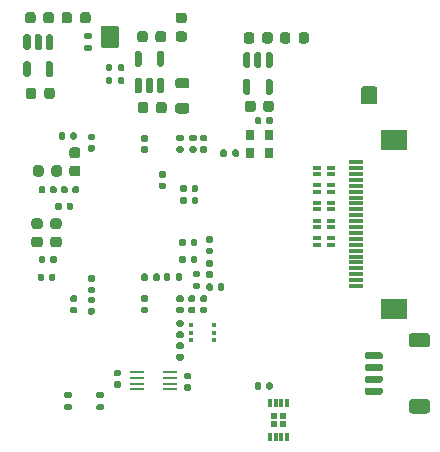
<source format=gbr>
%TF.GenerationSoftware,KiCad,Pcbnew,(6.0.9)*%
%TF.CreationDate,2023-11-19T16:38:05-08:00*%
%TF.ProjectId,IMX283_MIPI_Camera_v2,494d5832-3833-45f4-9d49-50495f43616d,rev?*%
%TF.SameCoordinates,Original*%
%TF.FileFunction,Paste,Top*%
%TF.FilePolarity,Positive*%
%FSLAX46Y46*%
G04 Gerber Fmt 4.6, Leading zero omitted, Abs format (unit mm)*
G04 Created by KiCad (PCBNEW (6.0.9)) date 2023-11-19 16:38:05*
%MOMM*%
%LPD*%
G01*
G04 APERTURE LIST*
%ADD10R,0.600000X0.500000*%
%ADD11R,0.300000X0.750000*%
%ADD12R,0.700000X0.300000*%
%ADD13R,1.300000X0.300000*%
%ADD14R,2.200000X1.800000*%
%ADD15R,1.168400X0.254000*%
%ADD16R,0.650000X0.850000*%
%ADD17R,0.449999X0.299999*%
G04 APERTURE END LIST*
G36*
G01*
X37025000Y-31437500D02*
X35775000Y-31437500D01*
G75*
G02*
X35625000Y-31287500I0J150000D01*
G01*
X35625000Y-30987500D01*
G75*
G02*
X35775000Y-30837500I150000J0D01*
G01*
X37025000Y-30837500D01*
G75*
G02*
X37175000Y-30987500I0J-150000D01*
G01*
X37175000Y-31287500D01*
G75*
G02*
X37025000Y-31437500I-150000J0D01*
G01*
G37*
G36*
G01*
X37025000Y-30437500D02*
X35775000Y-30437500D01*
G75*
G02*
X35625000Y-30287500I0J150000D01*
G01*
X35625000Y-29987500D01*
G75*
G02*
X35775000Y-29837500I150000J0D01*
G01*
X37025000Y-29837500D01*
G75*
G02*
X37175000Y-29987500I0J-150000D01*
G01*
X37175000Y-30287500D01*
G75*
G02*
X37025000Y-30437500I-150000J0D01*
G01*
G37*
G36*
G01*
X37025000Y-29437500D02*
X35775000Y-29437500D01*
G75*
G02*
X35625000Y-29287500I0J150000D01*
G01*
X35625000Y-28987500D01*
G75*
G02*
X35775000Y-28837500I150000J0D01*
G01*
X37025000Y-28837500D01*
G75*
G02*
X37175000Y-28987500I0J-150000D01*
G01*
X37175000Y-29287500D01*
G75*
G02*
X37025000Y-29437500I-150000J0D01*
G01*
G37*
G36*
G01*
X37025000Y-28437500D02*
X35775000Y-28437500D01*
G75*
G02*
X35625000Y-28287500I0J150000D01*
G01*
X35625000Y-27987500D01*
G75*
G02*
X35775000Y-27837500I150000J0D01*
G01*
X37025000Y-27837500D01*
G75*
G02*
X37175000Y-27987500I0J-150000D01*
G01*
X37175000Y-28287500D01*
G75*
G02*
X37025000Y-28437500I-150000J0D01*
G01*
G37*
G36*
G01*
X40925000Y-27437500D02*
X39625000Y-27437500D01*
G75*
G02*
X39375000Y-27187500I0J250000D01*
G01*
X39375000Y-26487500D01*
G75*
G02*
X39625000Y-26237500I250000J0D01*
G01*
X40925000Y-26237500D01*
G75*
G02*
X41175000Y-26487500I0J-250000D01*
G01*
X41175000Y-27187500D01*
G75*
G02*
X40925000Y-27437500I-250000J0D01*
G01*
G37*
G36*
G01*
X40925000Y-33037500D02*
X39625000Y-33037500D01*
G75*
G02*
X39375000Y-32787500I0J250000D01*
G01*
X39375000Y-32087500D01*
G75*
G02*
X39625000Y-31837500I250000J0D01*
G01*
X40925000Y-31837500D01*
G75*
G02*
X41175000Y-32087500I0J-250000D01*
G01*
X41175000Y-32787500D01*
G75*
G02*
X40925000Y-33037500I-250000J0D01*
G01*
G37*
D10*
X28715000Y-33235000D03*
X27965000Y-33235000D03*
X28715000Y-33885000D03*
X27965000Y-33885000D03*
D11*
X27590000Y-35010000D03*
X28090000Y-35010000D03*
X28590000Y-35010000D03*
X29090000Y-35010000D03*
X29090000Y-32110000D03*
X28590000Y-32110000D03*
X28090000Y-32110000D03*
X27590000Y-32110000D03*
G36*
G01*
X27860000Y-30530000D02*
X27860000Y-30870000D01*
G75*
G02*
X27720000Y-31010000I-140000J0D01*
G01*
X27440000Y-31010000D01*
G75*
G02*
X27300000Y-30870000I0J140000D01*
G01*
X27300000Y-30530000D01*
G75*
G02*
X27440000Y-30390000I140000J0D01*
G01*
X27720000Y-30390000D01*
G75*
G02*
X27860000Y-30530000I0J-140000D01*
G01*
G37*
G36*
G01*
X26900000Y-30530000D02*
X26900000Y-30870000D01*
G75*
G02*
X26760000Y-31010000I-140000J0D01*
G01*
X26480000Y-31010000D01*
G75*
G02*
X26340000Y-30870000I0J140000D01*
G01*
X26340000Y-30530000D01*
G75*
G02*
X26480000Y-30390000I140000J0D01*
G01*
X26760000Y-30390000D01*
G75*
G02*
X26900000Y-30530000I0J-140000D01*
G01*
G37*
G36*
G01*
X21830000Y-23040000D02*
X22170000Y-23040000D01*
G75*
G02*
X22310000Y-23180000I0J-140000D01*
G01*
X22310000Y-23460000D01*
G75*
G02*
X22170000Y-23600000I-140000J0D01*
G01*
X21830000Y-23600000D01*
G75*
G02*
X21690000Y-23460000I0J140000D01*
G01*
X21690000Y-23180000D01*
G75*
G02*
X21830000Y-23040000I140000J0D01*
G01*
G37*
G36*
G01*
X21830000Y-24000000D02*
X22170000Y-24000000D01*
G75*
G02*
X22310000Y-24140000I0J-140000D01*
G01*
X22310000Y-24420000D01*
G75*
G02*
X22170000Y-24560000I-140000J0D01*
G01*
X21830000Y-24560000D01*
G75*
G02*
X21690000Y-24420000I0J140000D01*
G01*
X21690000Y-24140000D01*
G75*
G02*
X21830000Y-24000000I140000J0D01*
G01*
G37*
D12*
X31575000Y-12212500D03*
X32825000Y-12212500D03*
X32825000Y-12762500D03*
X31575000Y-12762500D03*
G36*
G01*
X16425000Y-7387500D02*
X16425000Y-6887500D01*
G75*
G02*
X16650000Y-6662500I225000J0D01*
G01*
X17100000Y-6662500D01*
G75*
G02*
X17325000Y-6887500I0J-225000D01*
G01*
X17325000Y-7387500D01*
G75*
G02*
X17100000Y-7612500I-225000J0D01*
G01*
X16650000Y-7612500D01*
G75*
G02*
X16425000Y-7387500I0J225000D01*
G01*
G37*
G36*
G01*
X17975000Y-7387500D02*
X17975000Y-6887500D01*
G75*
G02*
X18200000Y-6662500I225000J0D01*
G01*
X18650000Y-6662500D01*
G75*
G02*
X18875000Y-6887500I0J-225000D01*
G01*
X18875000Y-7387500D01*
G75*
G02*
X18650000Y-7612500I-225000J0D01*
G01*
X18200000Y-7612500D01*
G75*
G02*
X17975000Y-7387500I0J225000D01*
G01*
G37*
G36*
G01*
X19830000Y-23040000D02*
X20170000Y-23040000D01*
G75*
G02*
X20310000Y-23180000I0J-140000D01*
G01*
X20310000Y-23460000D01*
G75*
G02*
X20170000Y-23600000I-140000J0D01*
G01*
X19830000Y-23600000D01*
G75*
G02*
X19690000Y-23460000I0J140000D01*
G01*
X19690000Y-23180000D01*
G75*
G02*
X19830000Y-23040000I140000J0D01*
G01*
G37*
G36*
G01*
X19830000Y-24000000D02*
X20170000Y-24000000D01*
G75*
G02*
X20310000Y-24140000I0J-140000D01*
G01*
X20310000Y-24420000D01*
G75*
G02*
X20170000Y-24560000I-140000J0D01*
G01*
X19830000Y-24560000D01*
G75*
G02*
X19690000Y-24420000I0J140000D01*
G01*
X19690000Y-24140000D01*
G75*
G02*
X19830000Y-24000000I140000J0D01*
G01*
G37*
G36*
G01*
X21460000Y-19830000D02*
X21460000Y-20170000D01*
G75*
G02*
X21320000Y-20310000I-140000J0D01*
G01*
X21040000Y-20310000D01*
G75*
G02*
X20900000Y-20170000I0J140000D01*
G01*
X20900000Y-19830000D01*
G75*
G02*
X21040000Y-19690000I140000J0D01*
G01*
X21320000Y-19690000D01*
G75*
G02*
X21460000Y-19830000I0J-140000D01*
G01*
G37*
G36*
G01*
X20500000Y-19830000D02*
X20500000Y-20170000D01*
G75*
G02*
X20360000Y-20310000I-140000J0D01*
G01*
X20080000Y-20310000D01*
G75*
G02*
X19940000Y-20170000I0J140000D01*
G01*
X19940000Y-19830000D01*
G75*
G02*
X20080000Y-19690000I140000J0D01*
G01*
X20360000Y-19690000D01*
G75*
G02*
X20500000Y-19830000I0J-140000D01*
G01*
G37*
G36*
G01*
X20172500Y-28580000D02*
X19827500Y-28580000D01*
G75*
G02*
X19680000Y-28432500I0J147500D01*
G01*
X19680000Y-28137500D01*
G75*
G02*
X19827500Y-27990000I147500J0D01*
G01*
X20172500Y-27990000D01*
G75*
G02*
X20320000Y-28137500I0J-147500D01*
G01*
X20320000Y-28432500D01*
G75*
G02*
X20172500Y-28580000I-147500J0D01*
G01*
G37*
G36*
G01*
X20172500Y-27610000D02*
X19827500Y-27610000D01*
G75*
G02*
X19680000Y-27462500I0J147500D01*
G01*
X19680000Y-27167500D01*
G75*
G02*
X19827500Y-27020000I147500J0D01*
G01*
X20172500Y-27020000D01*
G75*
G02*
X20320000Y-27167500I0J-147500D01*
G01*
X20320000Y-27462500D01*
G75*
G02*
X20172500Y-27610000I-147500J0D01*
G01*
G37*
G36*
G01*
X27860000Y-8067500D02*
X27860000Y-8407500D01*
G75*
G02*
X27720000Y-8547500I-140000J0D01*
G01*
X27440000Y-8547500D01*
G75*
G02*
X27300000Y-8407500I0J140000D01*
G01*
X27300000Y-8067500D01*
G75*
G02*
X27440000Y-7927500I140000J0D01*
G01*
X27720000Y-7927500D01*
G75*
G02*
X27860000Y-8067500I0J-140000D01*
G01*
G37*
G36*
G01*
X26900000Y-8067500D02*
X26900000Y-8407500D01*
G75*
G02*
X26760000Y-8547500I-140000J0D01*
G01*
X26480000Y-8547500D01*
G75*
G02*
X26340000Y-8407500I0J140000D01*
G01*
X26340000Y-8067500D01*
G75*
G02*
X26480000Y-7927500I140000J0D01*
G01*
X26760000Y-7927500D01*
G75*
G02*
X26900000Y-8067500I0J-140000D01*
G01*
G37*
G36*
G01*
X15280000Y-3565000D02*
X15280000Y-3935000D01*
G75*
G02*
X15145000Y-4070000I-135000J0D01*
G01*
X14875000Y-4070000D01*
G75*
G02*
X14740000Y-3935000I0J135000D01*
G01*
X14740000Y-3565000D01*
G75*
G02*
X14875000Y-3430000I135000J0D01*
G01*
X15145000Y-3430000D01*
G75*
G02*
X15280000Y-3565000I0J-135000D01*
G01*
G37*
G36*
G01*
X14260000Y-3565000D02*
X14260000Y-3935000D01*
G75*
G02*
X14125000Y-4070000I-135000J0D01*
G01*
X13855000Y-4070000D01*
G75*
G02*
X13720000Y-3935000I0J135000D01*
G01*
X13720000Y-3565000D01*
G75*
G02*
X13855000Y-3430000I135000J0D01*
G01*
X14125000Y-3430000D01*
G75*
G02*
X14260000Y-3565000I0J-135000D01*
G01*
G37*
G36*
G01*
X10830000Y-23040000D02*
X11170000Y-23040000D01*
G75*
G02*
X11310000Y-23180000I0J-140000D01*
G01*
X11310000Y-23460000D01*
G75*
G02*
X11170000Y-23600000I-140000J0D01*
G01*
X10830000Y-23600000D01*
G75*
G02*
X10690000Y-23460000I0J140000D01*
G01*
X10690000Y-23180000D01*
G75*
G02*
X10830000Y-23040000I140000J0D01*
G01*
G37*
G36*
G01*
X10830000Y-24000000D02*
X11170000Y-24000000D01*
G75*
G02*
X11310000Y-24140000I0J-140000D01*
G01*
X11310000Y-24420000D01*
G75*
G02*
X11170000Y-24560000I-140000J0D01*
G01*
X10830000Y-24560000D01*
G75*
G02*
X10690000Y-24420000I0J140000D01*
G01*
X10690000Y-24140000D01*
G75*
G02*
X10830000Y-24000000I140000J0D01*
G01*
G37*
X31575000Y-16712500D03*
X32825000Y-16712500D03*
X32825000Y-17262500D03*
X31575000Y-17262500D03*
X31575000Y-18212500D03*
X32825000Y-18212500D03*
X32825000Y-18762500D03*
X31575000Y-18762500D03*
G36*
G01*
X22330000Y-18040000D02*
X22670000Y-18040000D01*
G75*
G02*
X22810000Y-18180000I0J-140000D01*
G01*
X22810000Y-18460000D01*
G75*
G02*
X22670000Y-18600000I-140000J0D01*
G01*
X22330000Y-18600000D01*
G75*
G02*
X22190000Y-18460000I0J140000D01*
G01*
X22190000Y-18180000D01*
G75*
G02*
X22330000Y-18040000I140000J0D01*
G01*
G37*
G36*
G01*
X22330000Y-19000000D02*
X22670000Y-19000000D01*
G75*
G02*
X22810000Y-19140000I0J-140000D01*
G01*
X22810000Y-19420000D01*
G75*
G02*
X22670000Y-19560000I-140000J0D01*
G01*
X22330000Y-19560000D01*
G75*
G02*
X22190000Y-19420000I0J140000D01*
G01*
X22190000Y-19140000D01*
G75*
G02*
X22330000Y-19000000I140000J0D01*
G01*
G37*
G36*
G01*
X12330000Y-23140000D02*
X12670000Y-23140000D01*
G75*
G02*
X12810000Y-23280000I0J-140000D01*
G01*
X12810000Y-23560000D01*
G75*
G02*
X12670000Y-23700000I-140000J0D01*
G01*
X12330000Y-23700000D01*
G75*
G02*
X12190000Y-23560000I0J140000D01*
G01*
X12190000Y-23280000D01*
G75*
G02*
X12330000Y-23140000I140000J0D01*
G01*
G37*
G36*
G01*
X12330000Y-24100000D02*
X12670000Y-24100000D01*
G75*
G02*
X12810000Y-24240000I0J-140000D01*
G01*
X12810000Y-24520000D01*
G75*
G02*
X12670000Y-24660000I-140000J0D01*
G01*
X12330000Y-24660000D01*
G75*
G02*
X12190000Y-24520000I0J140000D01*
G01*
X12190000Y-24240000D01*
G75*
G02*
X12330000Y-24100000I140000J0D01*
G01*
G37*
G36*
G01*
X9400000Y-5687500D02*
X9400000Y-6187500D01*
G75*
G02*
X9175000Y-6412500I-225000J0D01*
G01*
X8725000Y-6412500D01*
G75*
G02*
X8500000Y-6187500I0J225000D01*
G01*
X8500000Y-5687500D01*
G75*
G02*
X8725000Y-5462500I225000J0D01*
G01*
X9175000Y-5462500D01*
G75*
G02*
X9400000Y-5687500I0J-225000D01*
G01*
G37*
G36*
G01*
X7850000Y-5687500D02*
X7850000Y-6187500D01*
G75*
G02*
X7625000Y-6412500I-225000J0D01*
G01*
X7175000Y-6412500D01*
G75*
G02*
X6950000Y-6187500I0J225000D01*
G01*
X6950000Y-5687500D01*
G75*
G02*
X7175000Y-5462500I225000J0D01*
G01*
X7625000Y-5462500D01*
G75*
G02*
X7850000Y-5687500I0J-225000D01*
G01*
G37*
G36*
G01*
X18825000Y-887500D02*
X18825000Y-1387500D01*
G75*
G02*
X18600000Y-1612500I-225000J0D01*
G01*
X18150000Y-1612500D01*
G75*
G02*
X17925000Y-1387500I0J225000D01*
G01*
X17925000Y-887500D01*
G75*
G02*
X18150000Y-662500I225000J0D01*
G01*
X18600000Y-662500D01*
G75*
G02*
X18825000Y-887500I0J-225000D01*
G01*
G37*
G36*
G01*
X17275000Y-887500D02*
X17275000Y-1387500D01*
G75*
G02*
X17050000Y-1612500I-225000J0D01*
G01*
X16600000Y-1612500D01*
G75*
G02*
X16375000Y-1387500I0J225000D01*
G01*
X16375000Y-887500D01*
G75*
G02*
X16600000Y-662500I225000J0D01*
G01*
X17050000Y-662500D01*
G75*
G02*
X17275000Y-887500I0J-225000D01*
G01*
G37*
G36*
G01*
X22670000Y-21560000D02*
X22330000Y-21560000D01*
G75*
G02*
X22190000Y-21420000I0J140000D01*
G01*
X22190000Y-21140000D01*
G75*
G02*
X22330000Y-21000000I140000J0D01*
G01*
X22670000Y-21000000D01*
G75*
G02*
X22810000Y-21140000I0J-140000D01*
G01*
X22810000Y-21420000D01*
G75*
G02*
X22670000Y-21560000I-140000J0D01*
G01*
G37*
G36*
G01*
X22670000Y-20600000D02*
X22330000Y-20600000D01*
G75*
G02*
X22190000Y-20460000I0J140000D01*
G01*
X22190000Y-20180000D01*
G75*
G02*
X22330000Y-20040000I140000J0D01*
G01*
X22670000Y-20040000D01*
G75*
G02*
X22810000Y-20180000I0J-140000D01*
G01*
X22810000Y-20460000D01*
G75*
G02*
X22670000Y-20600000I-140000J0D01*
G01*
G37*
G36*
G01*
X9560000Y-13930000D02*
X9560000Y-14270000D01*
G75*
G02*
X9420000Y-14410000I-140000J0D01*
G01*
X9140000Y-14410000D01*
G75*
G02*
X9000000Y-14270000I0J140000D01*
G01*
X9000000Y-13930000D01*
G75*
G02*
X9140000Y-13790000I140000J0D01*
G01*
X9420000Y-13790000D01*
G75*
G02*
X9560000Y-13930000I0J-140000D01*
G01*
G37*
G36*
G01*
X8600000Y-13930000D02*
X8600000Y-14270000D01*
G75*
G02*
X8460000Y-14410000I-140000J0D01*
G01*
X8180000Y-14410000D01*
G75*
G02*
X8040000Y-14270000I0J140000D01*
G01*
X8040000Y-13930000D01*
G75*
G02*
X8180000Y-13790000I140000J0D01*
G01*
X8460000Y-13790000D01*
G75*
G02*
X8600000Y-13930000I0J-140000D01*
G01*
G37*
G36*
G01*
X14870000Y-30860000D02*
X14530000Y-30860000D01*
G75*
G02*
X14390000Y-30720000I0J140000D01*
G01*
X14390000Y-30440000D01*
G75*
G02*
X14530000Y-30300000I140000J0D01*
G01*
X14870000Y-30300000D01*
G75*
G02*
X15010000Y-30440000I0J-140000D01*
G01*
X15010000Y-30720000D01*
G75*
G02*
X14870000Y-30860000I-140000J0D01*
G01*
G37*
G36*
G01*
X14870000Y-29900000D02*
X14530000Y-29900000D01*
G75*
G02*
X14390000Y-29760000I0J140000D01*
G01*
X14390000Y-29480000D01*
G75*
G02*
X14530000Y-29340000I140000J0D01*
G01*
X14870000Y-29340000D01*
G75*
G02*
X15010000Y-29480000I0J-140000D01*
G01*
X15010000Y-29760000D01*
G75*
G02*
X14870000Y-29900000I-140000J0D01*
G01*
G37*
G36*
G01*
X27400000Y-2437500D02*
X27700000Y-2437500D01*
G75*
G02*
X27850000Y-2587500I0J-150000D01*
G01*
X27850000Y-3612500D01*
G75*
G02*
X27700000Y-3762500I-150000J0D01*
G01*
X27400000Y-3762500D01*
G75*
G02*
X27250000Y-3612500I0J150000D01*
G01*
X27250000Y-2587500D01*
G75*
G02*
X27400000Y-2437500I150000J0D01*
G01*
G37*
G36*
G01*
X26450000Y-2437500D02*
X26750000Y-2437500D01*
G75*
G02*
X26900000Y-2587500I0J-150000D01*
G01*
X26900000Y-3612500D01*
G75*
G02*
X26750000Y-3762500I-150000J0D01*
G01*
X26450000Y-3762500D01*
G75*
G02*
X26300000Y-3612500I0J150000D01*
G01*
X26300000Y-2587500D01*
G75*
G02*
X26450000Y-2437500I150000J0D01*
G01*
G37*
G36*
G01*
X25500000Y-2437500D02*
X25800000Y-2437500D01*
G75*
G02*
X25950000Y-2587500I0J-150000D01*
G01*
X25950000Y-3612500D01*
G75*
G02*
X25800000Y-3762500I-150000J0D01*
G01*
X25500000Y-3762500D01*
G75*
G02*
X25350000Y-3612500I0J150000D01*
G01*
X25350000Y-2587500D01*
G75*
G02*
X25500000Y-2437500I150000J0D01*
G01*
G37*
G36*
G01*
X25500000Y-4712500D02*
X25800000Y-4712500D01*
G75*
G02*
X25950000Y-4862500I0J-150000D01*
G01*
X25950000Y-5887500D01*
G75*
G02*
X25800000Y-6037500I-150000J0D01*
G01*
X25500000Y-6037500D01*
G75*
G02*
X25350000Y-5887500I0J150000D01*
G01*
X25350000Y-4862500D01*
G75*
G02*
X25500000Y-4712500I150000J0D01*
G01*
G37*
G36*
G01*
X27400000Y-4712500D02*
X27700000Y-4712500D01*
G75*
G02*
X27850000Y-4862500I0J-150000D01*
G01*
X27850000Y-5887500D01*
G75*
G02*
X27700000Y-6037500I-150000J0D01*
G01*
X27400000Y-6037500D01*
G75*
G02*
X27250000Y-5887500I0J150000D01*
G01*
X27250000Y-4862500D01*
G75*
G02*
X27400000Y-4712500I150000J0D01*
G01*
G37*
D13*
X34887500Y-22250000D03*
X34887500Y-21750000D03*
X34887500Y-21250000D03*
X34887500Y-20750000D03*
X34887500Y-20250000D03*
X34887500Y-19750000D03*
X34887500Y-19250000D03*
X34887500Y-18750000D03*
X34887500Y-18250000D03*
X34887500Y-17750000D03*
X34887500Y-17250000D03*
X34887500Y-16750000D03*
X34887500Y-16250000D03*
X34887500Y-15750000D03*
X34887500Y-15250000D03*
X34887500Y-14750000D03*
X34887500Y-14250000D03*
X34887500Y-13750000D03*
X34887500Y-13250000D03*
X34887500Y-12750000D03*
X34887500Y-12250000D03*
X34887500Y-11750000D03*
D14*
X38137500Y-24150000D03*
X38137500Y-9850000D03*
G36*
G01*
X8800000Y-937500D02*
X9100000Y-937500D01*
G75*
G02*
X9250000Y-1087500I0J-150000D01*
G01*
X9250000Y-2112500D01*
G75*
G02*
X9100000Y-2262500I-150000J0D01*
G01*
X8800000Y-2262500D01*
G75*
G02*
X8650000Y-2112500I0J150000D01*
G01*
X8650000Y-1087500D01*
G75*
G02*
X8800000Y-937500I150000J0D01*
G01*
G37*
G36*
G01*
X7850000Y-937500D02*
X8150000Y-937500D01*
G75*
G02*
X8300000Y-1087500I0J-150000D01*
G01*
X8300000Y-2112500D01*
G75*
G02*
X8150000Y-2262500I-150000J0D01*
G01*
X7850000Y-2262500D01*
G75*
G02*
X7700000Y-2112500I0J150000D01*
G01*
X7700000Y-1087500D01*
G75*
G02*
X7850000Y-937500I150000J0D01*
G01*
G37*
G36*
G01*
X6900000Y-937500D02*
X7200000Y-937500D01*
G75*
G02*
X7350000Y-1087500I0J-150000D01*
G01*
X7350000Y-2112500D01*
G75*
G02*
X7200000Y-2262500I-150000J0D01*
G01*
X6900000Y-2262500D01*
G75*
G02*
X6750000Y-2112500I0J150000D01*
G01*
X6750000Y-1087500D01*
G75*
G02*
X6900000Y-937500I150000J0D01*
G01*
G37*
G36*
G01*
X6900000Y-3212500D02*
X7200000Y-3212500D01*
G75*
G02*
X7350000Y-3362500I0J-150000D01*
G01*
X7350000Y-4387500D01*
G75*
G02*
X7200000Y-4537500I-150000J0D01*
G01*
X6900000Y-4537500D01*
G75*
G02*
X6750000Y-4387500I0J150000D01*
G01*
X6750000Y-3362500D01*
G75*
G02*
X6900000Y-3212500I150000J0D01*
G01*
G37*
G36*
G01*
X8800000Y-3212500D02*
X9100000Y-3212500D01*
G75*
G02*
X9250000Y-3362500I0J-150000D01*
G01*
X9250000Y-4387500D01*
G75*
G02*
X9100000Y-4537500I-150000J0D01*
G01*
X8800000Y-4537500D01*
G75*
G02*
X8650000Y-4387500I0J150000D01*
G01*
X8650000Y-3362500D01*
G75*
G02*
X8800000Y-3212500I150000J0D01*
G01*
G37*
G36*
G01*
X21585000Y-22517500D02*
X21215000Y-22517500D01*
G75*
G02*
X21080000Y-22382500I0J135000D01*
G01*
X21080000Y-22112500D01*
G75*
G02*
X21215000Y-21977500I135000J0D01*
G01*
X21585000Y-21977500D01*
G75*
G02*
X21720000Y-22112500I0J-135000D01*
G01*
X21720000Y-22382500D01*
G75*
G02*
X21585000Y-22517500I-135000J0D01*
G01*
G37*
G36*
G01*
X21585000Y-21497500D02*
X21215000Y-21497500D01*
G75*
G02*
X21080000Y-21362500I0J135000D01*
G01*
X21080000Y-21092500D01*
G75*
G02*
X21215000Y-20957500I135000J0D01*
G01*
X21585000Y-20957500D01*
G75*
G02*
X21720000Y-21092500I0J-135000D01*
G01*
X21720000Y-21362500D01*
G75*
G02*
X21585000Y-21497500I-135000J0D01*
G01*
G37*
D15*
X19121600Y-31000001D03*
X19121600Y-30500000D03*
X19121600Y-30000000D03*
X19121600Y-29499999D03*
X16378400Y-29499999D03*
X16378400Y-30000000D03*
X16378400Y-30500000D03*
X16378400Y-31000001D03*
G36*
G01*
X12425000Y718750D02*
X12425000Y206250D01*
G75*
G02*
X12206250Y-12500I-218750J0D01*
G01*
X11768750Y-12500D01*
G75*
G02*
X11550000Y206250I0J218750D01*
G01*
X11550000Y718750D01*
G75*
G02*
X11768750Y937500I218750J0D01*
G01*
X12206250Y937500D01*
G75*
G02*
X12425000Y718750I0J-218750D01*
G01*
G37*
G36*
G01*
X10850000Y718750D02*
X10850000Y206250D01*
G75*
G02*
X10631250Y-12500I-218750J0D01*
G01*
X10193750Y-12500D01*
G75*
G02*
X9975000Y206250I0J218750D01*
G01*
X9975000Y718750D01*
G75*
G02*
X10193750Y937500I218750J0D01*
G01*
X10631250Y937500D01*
G75*
G02*
X10850000Y718750I0J-218750D01*
G01*
G37*
G36*
G01*
X21270000Y-10960000D02*
X20930000Y-10960000D01*
G75*
G02*
X20790000Y-10820000I0J140000D01*
G01*
X20790000Y-10540000D01*
G75*
G02*
X20930000Y-10400000I140000J0D01*
G01*
X21270000Y-10400000D01*
G75*
G02*
X21410000Y-10540000I0J-140000D01*
G01*
X21410000Y-10820000D01*
G75*
G02*
X21270000Y-10960000I-140000J0D01*
G01*
G37*
G36*
G01*
X21270000Y-10000000D02*
X20930000Y-10000000D01*
G75*
G02*
X20790000Y-9860000I0J140000D01*
G01*
X20790000Y-9580000D01*
G75*
G02*
X20930000Y-9440000I140000J0D01*
G01*
X21270000Y-9440000D01*
G75*
G02*
X21410000Y-9580000I0J-140000D01*
G01*
X21410000Y-9860000D01*
G75*
G02*
X21270000Y-10000000I-140000J0D01*
G01*
G37*
G36*
G01*
X12670000Y-10860000D02*
X12330000Y-10860000D01*
G75*
G02*
X12190000Y-10720000I0J140000D01*
G01*
X12190000Y-10440000D01*
G75*
G02*
X12330000Y-10300000I140000J0D01*
G01*
X12670000Y-10300000D01*
G75*
G02*
X12810000Y-10440000I0J-140000D01*
G01*
X12810000Y-10720000D01*
G75*
G02*
X12670000Y-10860000I-140000J0D01*
G01*
G37*
G36*
G01*
X12670000Y-9900000D02*
X12330000Y-9900000D01*
G75*
G02*
X12190000Y-9760000I0J140000D01*
G01*
X12190000Y-9480000D01*
G75*
G02*
X12330000Y-9340000I140000J0D01*
G01*
X12670000Y-9340000D01*
G75*
G02*
X12810000Y-9480000I0J-140000D01*
G01*
X12810000Y-9760000D01*
G75*
G02*
X12670000Y-9900000I-140000J0D01*
G01*
G37*
G36*
G01*
X20356250Y-1562500D02*
X19843750Y-1562500D01*
G75*
G02*
X19625000Y-1343750I0J218750D01*
G01*
X19625000Y-906250D01*
G75*
G02*
X19843750Y-687500I218750J0D01*
G01*
X20356250Y-687500D01*
G75*
G02*
X20575000Y-906250I0J-218750D01*
G01*
X20575000Y-1343750D01*
G75*
G02*
X20356250Y-1562500I-218750J0D01*
G01*
G37*
G36*
G01*
X20356250Y12500D02*
X19843750Y12500D01*
G75*
G02*
X19625000Y231250I0J218750D01*
G01*
X19625000Y668750D01*
G75*
G02*
X19843750Y887500I218750J0D01*
G01*
X20356250Y887500D01*
G75*
G02*
X20575000Y668750I0J-218750D01*
G01*
X20575000Y231250D01*
G75*
G02*
X20356250Y12500I-218750J0D01*
G01*
G37*
G36*
G01*
X13720000Y-5035000D02*
X13720000Y-4665000D01*
G75*
G02*
X13855000Y-4530000I135000J0D01*
G01*
X14125000Y-4530000D01*
G75*
G02*
X14260000Y-4665000I0J-135000D01*
G01*
X14260000Y-5035000D01*
G75*
G02*
X14125000Y-5170000I-135000J0D01*
G01*
X13855000Y-5170000D01*
G75*
G02*
X13720000Y-5035000I0J135000D01*
G01*
G37*
G36*
G01*
X14740000Y-5035000D02*
X14740000Y-4665000D01*
G75*
G02*
X14875000Y-4530000I135000J0D01*
G01*
X15145000Y-4530000D01*
G75*
G02*
X15280000Y-4665000I0J-135000D01*
G01*
X15280000Y-5035000D01*
G75*
G02*
X15145000Y-5170000I-135000J0D01*
G01*
X14875000Y-5170000D01*
G75*
G02*
X14740000Y-5035000I0J135000D01*
G01*
G37*
G36*
G01*
X23420000Y-11185000D02*
X23420000Y-10815000D01*
G75*
G02*
X23555000Y-10680000I135000J0D01*
G01*
X23825000Y-10680000D01*
G75*
G02*
X23960000Y-10815000I0J-135000D01*
G01*
X23960000Y-11185000D01*
G75*
G02*
X23825000Y-11320000I-135000J0D01*
G01*
X23555000Y-11320000D01*
G75*
G02*
X23420000Y-11185000I0J135000D01*
G01*
G37*
G36*
G01*
X24440000Y-11185000D02*
X24440000Y-10815000D01*
G75*
G02*
X24575000Y-10680000I135000J0D01*
G01*
X24845000Y-10680000D01*
G75*
G02*
X24980000Y-10815000I0J-135000D01*
G01*
X24980000Y-11185000D01*
G75*
G02*
X24845000Y-11320000I-135000J0D01*
G01*
X24575000Y-11320000D01*
G75*
G02*
X24440000Y-11185000I0J135000D01*
G01*
G37*
G36*
G01*
X19818750Y-4637500D02*
X20581250Y-4637500D01*
G75*
G02*
X20800000Y-4856250I0J-218750D01*
G01*
X20800000Y-5293750D01*
G75*
G02*
X20581250Y-5512500I-218750J0D01*
G01*
X19818750Y-5512500D01*
G75*
G02*
X19600000Y-5293750I0J218750D01*
G01*
X19600000Y-4856250D01*
G75*
G02*
X19818750Y-4637500I218750J0D01*
G01*
G37*
G36*
G01*
X19818750Y-6762500D02*
X20581250Y-6762500D01*
G75*
G02*
X20800000Y-6981250I0J-218750D01*
G01*
X20800000Y-7418750D01*
G75*
G02*
X20581250Y-7637500I-218750J0D01*
G01*
X19818750Y-7637500D01*
G75*
G02*
X19600000Y-7418750I0J218750D01*
G01*
X19600000Y-6981250D01*
G75*
G02*
X19818750Y-6762500I218750J0D01*
G01*
G37*
G36*
G01*
X6875000Y212500D02*
X6875000Y712500D01*
G75*
G02*
X7100000Y937500I225000J0D01*
G01*
X7550000Y937500D01*
G75*
G02*
X7775000Y712500I0J-225000D01*
G01*
X7775000Y212500D01*
G75*
G02*
X7550000Y-12500I-225000J0D01*
G01*
X7100000Y-12500D01*
G75*
G02*
X6875000Y212500I0J225000D01*
G01*
G37*
G36*
G01*
X8425000Y212500D02*
X8425000Y712500D01*
G75*
G02*
X8650000Y937500I225000J0D01*
G01*
X9100000Y937500D01*
G75*
G02*
X9325000Y712500I0J-225000D01*
G01*
X9325000Y212500D01*
G75*
G02*
X9100000Y-12500I-225000J0D01*
G01*
X8650000Y-12500D01*
G75*
G02*
X8425000Y212500I0J225000D01*
G01*
G37*
G36*
G01*
X17170000Y-10980000D02*
X16830000Y-10980000D01*
G75*
G02*
X16690000Y-10840000I0J140000D01*
G01*
X16690000Y-10560000D01*
G75*
G02*
X16830000Y-10420000I140000J0D01*
G01*
X17170000Y-10420000D01*
G75*
G02*
X17310000Y-10560000I0J-140000D01*
G01*
X17310000Y-10840000D01*
G75*
G02*
X17170000Y-10980000I-140000J0D01*
G01*
G37*
G36*
G01*
X17170000Y-10020000D02*
X16830000Y-10020000D01*
G75*
G02*
X16690000Y-9880000I0J140000D01*
G01*
X16690000Y-9600000D01*
G75*
G02*
X16830000Y-9460000I140000J0D01*
G01*
X17170000Y-9460000D01*
G75*
G02*
X17310000Y-9600000I0J-140000D01*
G01*
X17310000Y-9880000D01*
G75*
G02*
X17170000Y-10020000I-140000J0D01*
G01*
G37*
G36*
G01*
X9460000Y-21330000D02*
X9460000Y-21670000D01*
G75*
G02*
X9320000Y-21810000I-140000J0D01*
G01*
X9040000Y-21810000D01*
G75*
G02*
X8900000Y-21670000I0J140000D01*
G01*
X8900000Y-21330000D01*
G75*
G02*
X9040000Y-21190000I140000J0D01*
G01*
X9320000Y-21190000D01*
G75*
G02*
X9460000Y-21330000I0J-140000D01*
G01*
G37*
G36*
G01*
X8500000Y-21330000D02*
X8500000Y-21670000D01*
G75*
G02*
X8360000Y-21810000I-140000J0D01*
G01*
X8080000Y-21810000D01*
G75*
G02*
X7940000Y-21670000I0J140000D01*
G01*
X7940000Y-21330000D01*
G75*
G02*
X8080000Y-21190000I140000J0D01*
G01*
X8360000Y-21190000D01*
G75*
G02*
X8500000Y-21330000I0J-140000D01*
G01*
G37*
G36*
G01*
X9740000Y-9707500D02*
X9740000Y-9367500D01*
G75*
G02*
X9880000Y-9227500I140000J0D01*
G01*
X10160000Y-9227500D01*
G75*
G02*
X10300000Y-9367500I0J-140000D01*
G01*
X10300000Y-9707500D01*
G75*
G02*
X10160000Y-9847500I-140000J0D01*
G01*
X9880000Y-9847500D01*
G75*
G02*
X9740000Y-9707500I0J140000D01*
G01*
G37*
G36*
G01*
X10700000Y-9707500D02*
X10700000Y-9367500D01*
G75*
G02*
X10840000Y-9227500I140000J0D01*
G01*
X11120000Y-9227500D01*
G75*
G02*
X11260000Y-9367500I0J-140000D01*
G01*
X11260000Y-9707500D01*
G75*
G02*
X11120000Y-9847500I-140000J0D01*
G01*
X10840000Y-9847500D01*
G75*
G02*
X10700000Y-9707500I0J140000D01*
G01*
G37*
G36*
G01*
X13065000Y-31207500D02*
X13435000Y-31207500D01*
G75*
G02*
X13570000Y-31342500I0J-135000D01*
G01*
X13570000Y-31612500D01*
G75*
G02*
X13435000Y-31747500I-135000J0D01*
G01*
X13065000Y-31747500D01*
G75*
G02*
X12930000Y-31612500I0J135000D01*
G01*
X12930000Y-31342500D01*
G75*
G02*
X13065000Y-31207500I135000J0D01*
G01*
G37*
G36*
G01*
X13065000Y-32227500D02*
X13435000Y-32227500D01*
G75*
G02*
X13570000Y-32362500I0J-135000D01*
G01*
X13570000Y-32632500D01*
G75*
G02*
X13435000Y-32767500I-135000J0D01*
G01*
X13065000Y-32767500D01*
G75*
G02*
X12930000Y-32632500I0J135000D01*
G01*
X12930000Y-32362500D01*
G75*
G02*
X13065000Y-32227500I135000J0D01*
G01*
G37*
G36*
G01*
X20480000Y-29590000D02*
X20820000Y-29590000D01*
G75*
G02*
X20960000Y-29730000I0J-140000D01*
G01*
X20960000Y-30010000D01*
G75*
G02*
X20820000Y-30150000I-140000J0D01*
G01*
X20480000Y-30150000D01*
G75*
G02*
X20340000Y-30010000I0J140000D01*
G01*
X20340000Y-29730000D01*
G75*
G02*
X20480000Y-29590000I140000J0D01*
G01*
G37*
G36*
G01*
X20480000Y-30550000D02*
X20820000Y-30550000D01*
G75*
G02*
X20960000Y-30690000I0J-140000D01*
G01*
X20960000Y-30970000D01*
G75*
G02*
X20820000Y-31110000I-140000J0D01*
G01*
X20480000Y-31110000D01*
G75*
G02*
X20340000Y-30970000I0J140000D01*
G01*
X20340000Y-30690000D01*
G75*
G02*
X20480000Y-30550000I140000J0D01*
G01*
G37*
G36*
G01*
X12385000Y-2380000D02*
X12015000Y-2380000D01*
G75*
G02*
X11880000Y-2245000I0J135000D01*
G01*
X11880000Y-1975000D01*
G75*
G02*
X12015000Y-1840000I135000J0D01*
G01*
X12385000Y-1840000D01*
G75*
G02*
X12520000Y-1975000I0J-135000D01*
G01*
X12520000Y-2245000D01*
G75*
G02*
X12385000Y-2380000I-135000J0D01*
G01*
G37*
G36*
G01*
X12385000Y-1360000D02*
X12015000Y-1360000D01*
G75*
G02*
X11880000Y-1225000I0J135000D01*
G01*
X11880000Y-955000D01*
G75*
G02*
X12015000Y-820000I135000J0D01*
G01*
X12385000Y-820000D01*
G75*
G02*
X12520000Y-955000I0J-135000D01*
G01*
X12520000Y-1225000D01*
G75*
G02*
X12385000Y-1360000I-135000J0D01*
G01*
G37*
D12*
X31575000Y-13712500D03*
X32825000Y-13712500D03*
X32825000Y-14262500D03*
X31575000Y-14262500D03*
G36*
G01*
X8150000Y-18962500D02*
X7650000Y-18962500D01*
G75*
G02*
X7425000Y-18737500I0J225000D01*
G01*
X7425000Y-18287500D01*
G75*
G02*
X7650000Y-18062500I225000J0D01*
G01*
X8150000Y-18062500D01*
G75*
G02*
X8375000Y-18287500I0J-225000D01*
G01*
X8375000Y-18737500D01*
G75*
G02*
X8150000Y-18962500I-225000J0D01*
G01*
G37*
G36*
G01*
X8150000Y-17412500D02*
X7650000Y-17412500D01*
G75*
G02*
X7425000Y-17187500I0J225000D01*
G01*
X7425000Y-16737500D01*
G75*
G02*
X7650000Y-16512500I225000J0D01*
G01*
X8150000Y-16512500D01*
G75*
G02*
X8375000Y-16737500I0J-225000D01*
G01*
X8375000Y-17187500D01*
G75*
G02*
X8150000Y-17412500I-225000J0D01*
G01*
G37*
G36*
G01*
X9250000Y-16512500D02*
X9750000Y-16512500D01*
G75*
G02*
X9975000Y-16737500I0J-225000D01*
G01*
X9975000Y-17187500D01*
G75*
G02*
X9750000Y-17412500I-225000J0D01*
G01*
X9250000Y-17412500D01*
G75*
G02*
X9025000Y-17187500I0J225000D01*
G01*
X9025000Y-16737500D01*
G75*
G02*
X9250000Y-16512500I225000J0D01*
G01*
G37*
G36*
G01*
X9250000Y-18062500D02*
X9750000Y-18062500D01*
G75*
G02*
X9975000Y-18287500I0J-225000D01*
G01*
X9975000Y-18737500D01*
G75*
G02*
X9750000Y-18962500I-225000J0D01*
G01*
X9250000Y-18962500D01*
G75*
G02*
X9025000Y-18737500I0J225000D01*
G01*
X9025000Y-18287500D01*
G75*
G02*
X9250000Y-18062500I225000J0D01*
G01*
G37*
G36*
G01*
X21460000Y-18380000D02*
X21460000Y-18720000D01*
G75*
G02*
X21320000Y-18860000I-140000J0D01*
G01*
X21040000Y-18860000D01*
G75*
G02*
X20900000Y-18720000I0J140000D01*
G01*
X20900000Y-18380000D01*
G75*
G02*
X21040000Y-18240000I140000J0D01*
G01*
X21320000Y-18240000D01*
G75*
G02*
X21460000Y-18380000I0J-140000D01*
G01*
G37*
G36*
G01*
X20500000Y-18380000D02*
X20500000Y-18720000D01*
G75*
G02*
X20360000Y-18860000I-140000J0D01*
G01*
X20080000Y-18860000D01*
G75*
G02*
X19940000Y-18720000I0J140000D01*
G01*
X19940000Y-18380000D01*
G75*
G02*
X20080000Y-18240000I140000J0D01*
G01*
X20360000Y-18240000D01*
G75*
G02*
X20500000Y-18380000I0J-140000D01*
G01*
G37*
G36*
G01*
X16830000Y-23040000D02*
X17170000Y-23040000D01*
G75*
G02*
X17310000Y-23180000I0J-140000D01*
G01*
X17310000Y-23460000D01*
G75*
G02*
X17170000Y-23600000I-140000J0D01*
G01*
X16830000Y-23600000D01*
G75*
G02*
X16690000Y-23460000I0J140000D01*
G01*
X16690000Y-23180000D01*
G75*
G02*
X16830000Y-23040000I140000J0D01*
G01*
G37*
G36*
G01*
X16830000Y-24000000D02*
X17170000Y-24000000D01*
G75*
G02*
X17310000Y-24140000I0J-140000D01*
G01*
X17310000Y-24420000D01*
G75*
G02*
X17170000Y-24560000I-140000J0D01*
G01*
X16830000Y-24560000D01*
G75*
G02*
X16690000Y-24420000I0J140000D01*
G01*
X16690000Y-24140000D01*
G75*
G02*
X16830000Y-24000000I140000J0D01*
G01*
G37*
G36*
G01*
X19830000Y-25127500D02*
X20170000Y-25127500D01*
G75*
G02*
X20310000Y-25267500I0J-140000D01*
G01*
X20310000Y-25547500D01*
G75*
G02*
X20170000Y-25687500I-140000J0D01*
G01*
X19830000Y-25687500D01*
G75*
G02*
X19690000Y-25547500I0J140000D01*
G01*
X19690000Y-25267500D01*
G75*
G02*
X19830000Y-25127500I140000J0D01*
G01*
G37*
G36*
G01*
X19830000Y-26087500D02*
X20170000Y-26087500D01*
G75*
G02*
X20310000Y-26227500I0J-140000D01*
G01*
X20310000Y-26507500D01*
G75*
G02*
X20170000Y-26647500I-140000J0D01*
G01*
X19830000Y-26647500D01*
G75*
G02*
X19690000Y-26507500I0J140000D01*
G01*
X19690000Y-26227500D01*
G75*
G02*
X19830000Y-26087500I140000J0D01*
G01*
G37*
G36*
G01*
X30925000Y-981250D02*
X30925000Y-1493750D01*
G75*
G02*
X30706250Y-1712500I-218750J0D01*
G01*
X30268750Y-1712500D01*
G75*
G02*
X30050000Y-1493750I0J218750D01*
G01*
X30050000Y-981250D01*
G75*
G02*
X30268750Y-762500I218750J0D01*
G01*
X30706250Y-762500D01*
G75*
G02*
X30925000Y-981250I0J-218750D01*
G01*
G37*
G36*
G01*
X29350000Y-981250D02*
X29350000Y-1493750D01*
G75*
G02*
X29131250Y-1712500I-218750J0D01*
G01*
X28693750Y-1712500D01*
G75*
G02*
X28475000Y-1493750I0J218750D01*
G01*
X28475000Y-981250D01*
G75*
G02*
X28693750Y-762500I218750J0D01*
G01*
X29131250Y-762500D01*
G75*
G02*
X29350000Y-981250I0J-218750D01*
G01*
G37*
G36*
G01*
X23760000Y-22167500D02*
X23760000Y-22507500D01*
G75*
G02*
X23620000Y-22647500I-140000J0D01*
G01*
X23340000Y-22647500D01*
G75*
G02*
X23200000Y-22507500I0J140000D01*
G01*
X23200000Y-22167500D01*
G75*
G02*
X23340000Y-22027500I140000J0D01*
G01*
X23620000Y-22027500D01*
G75*
G02*
X23760000Y-22167500I0J-140000D01*
G01*
G37*
G36*
G01*
X22800000Y-22167500D02*
X22800000Y-22507500D01*
G75*
G02*
X22660000Y-22647500I-140000J0D01*
G01*
X22380000Y-22647500D01*
G75*
G02*
X22240000Y-22507500I0J140000D01*
G01*
X22240000Y-22167500D01*
G75*
G02*
X22380000Y-22027500I140000J0D01*
G01*
X22660000Y-22027500D01*
G75*
G02*
X22800000Y-22167500I0J-140000D01*
G01*
G37*
G36*
G01*
X21560000Y-14830000D02*
X21560000Y-15170000D01*
G75*
G02*
X21420000Y-15310000I-140000J0D01*
G01*
X21140000Y-15310000D01*
G75*
G02*
X21000000Y-15170000I0J140000D01*
G01*
X21000000Y-14830000D01*
G75*
G02*
X21140000Y-14690000I140000J0D01*
G01*
X21420000Y-14690000D01*
G75*
G02*
X21560000Y-14830000I0J-140000D01*
G01*
G37*
G36*
G01*
X20600000Y-14830000D02*
X20600000Y-15170000D01*
G75*
G02*
X20460000Y-15310000I-140000J0D01*
G01*
X20180000Y-15310000D01*
G75*
G02*
X20040000Y-15170000I0J140000D01*
G01*
X20040000Y-14830000D01*
G75*
G02*
X20180000Y-14690000I140000J0D01*
G01*
X20460000Y-14690000D01*
G75*
G02*
X20600000Y-14830000I0J-140000D01*
G01*
G37*
G36*
G01*
X18330000Y-12520000D02*
X18670000Y-12520000D01*
G75*
G02*
X18810000Y-12660000I0J-140000D01*
G01*
X18810000Y-12940000D01*
G75*
G02*
X18670000Y-13080000I-140000J0D01*
G01*
X18330000Y-13080000D01*
G75*
G02*
X18190000Y-12940000I0J140000D01*
G01*
X18190000Y-12660000D01*
G75*
G02*
X18330000Y-12520000I140000J0D01*
G01*
G37*
G36*
G01*
X18330000Y-13480000D02*
X18670000Y-13480000D01*
G75*
G02*
X18810000Y-13620000I0J-140000D01*
G01*
X18810000Y-13900000D01*
G75*
G02*
X18670000Y-14040000I-140000J0D01*
G01*
X18330000Y-14040000D01*
G75*
G02*
X18190000Y-13900000I0J140000D01*
G01*
X18190000Y-13620000D01*
G75*
G02*
X18330000Y-13480000I140000J0D01*
G01*
G37*
D16*
X27575000Y-9462500D03*
X25925000Y-9462500D03*
X25925000Y-11012500D03*
X27575000Y-11012500D03*
G36*
G01*
X21540000Y-13830000D02*
X21540000Y-14170000D01*
G75*
G02*
X21400000Y-14310000I-140000J0D01*
G01*
X21120000Y-14310000D01*
G75*
G02*
X20980000Y-14170000I0J140000D01*
G01*
X20980000Y-13830000D01*
G75*
G02*
X21120000Y-13690000I140000J0D01*
G01*
X21400000Y-13690000D01*
G75*
G02*
X21540000Y-13830000I0J-140000D01*
G01*
G37*
G36*
G01*
X20580000Y-13830000D02*
X20580000Y-14170000D01*
G75*
G02*
X20440000Y-14310000I-140000J0D01*
G01*
X20160000Y-14310000D01*
G75*
G02*
X20020000Y-14170000I0J140000D01*
G01*
X20020000Y-13830000D01*
G75*
G02*
X20160000Y-13690000I140000J0D01*
G01*
X20440000Y-13690000D01*
G75*
G02*
X20580000Y-13830000I0J-140000D01*
G01*
G37*
G36*
G01*
X11440000Y-13930000D02*
X11440000Y-14270000D01*
G75*
G02*
X11300000Y-14410000I-140000J0D01*
G01*
X11020000Y-14410000D01*
G75*
G02*
X10880000Y-14270000I0J140000D01*
G01*
X10880000Y-13930000D01*
G75*
G02*
X11020000Y-13790000I140000J0D01*
G01*
X11300000Y-13790000D01*
G75*
G02*
X11440000Y-13930000I0J-140000D01*
G01*
G37*
G36*
G01*
X10480000Y-13930000D02*
X10480000Y-14270000D01*
G75*
G02*
X10340000Y-14410000I-140000J0D01*
G01*
X10060000Y-14410000D01*
G75*
G02*
X9920000Y-14270000I0J140000D01*
G01*
X9920000Y-13930000D01*
G75*
G02*
X10060000Y-13790000I140000J0D01*
G01*
X10340000Y-13790000D01*
G75*
G02*
X10480000Y-13930000I0J-140000D01*
G01*
G37*
G36*
G01*
X11350000Y-12962500D02*
X10850000Y-12962500D01*
G75*
G02*
X10625000Y-12737500I0J225000D01*
G01*
X10625000Y-12287500D01*
G75*
G02*
X10850000Y-12062500I225000J0D01*
G01*
X11350000Y-12062500D01*
G75*
G02*
X11575000Y-12287500I0J-225000D01*
G01*
X11575000Y-12737500D01*
G75*
G02*
X11350000Y-12962500I-225000J0D01*
G01*
G37*
G36*
G01*
X11350000Y-11412500D02*
X10850000Y-11412500D01*
G75*
G02*
X10625000Y-11187500I0J225000D01*
G01*
X10625000Y-10737500D01*
G75*
G02*
X10850000Y-10512500I225000J0D01*
G01*
X11350000Y-10512500D01*
G75*
G02*
X11575000Y-10737500I0J-225000D01*
G01*
X11575000Y-11187500D01*
G75*
G02*
X11350000Y-11412500I-225000J0D01*
G01*
G37*
G36*
G01*
X10005000Y-12250000D02*
X10005000Y-12750000D01*
G75*
G02*
X9780000Y-12975000I-225000J0D01*
G01*
X9330000Y-12975000D01*
G75*
G02*
X9105000Y-12750000I0J225000D01*
G01*
X9105000Y-12250000D01*
G75*
G02*
X9330000Y-12025000I225000J0D01*
G01*
X9780000Y-12025000D01*
G75*
G02*
X10005000Y-12250000I0J-225000D01*
G01*
G37*
G36*
G01*
X8455000Y-12250000D02*
X8455000Y-12750000D01*
G75*
G02*
X8230000Y-12975000I-225000J0D01*
G01*
X7780000Y-12975000D01*
G75*
G02*
X7555000Y-12750000I0J225000D01*
G01*
X7555000Y-12250000D01*
G75*
G02*
X7780000Y-12025000I225000J0D01*
G01*
X8230000Y-12025000D01*
G75*
G02*
X8455000Y-12250000I0J-225000D01*
G01*
G37*
G36*
G01*
X27950000Y-6787500D02*
X27950000Y-7287500D01*
G75*
G02*
X27725000Y-7512500I-225000J0D01*
G01*
X27275000Y-7512500D01*
G75*
G02*
X27050000Y-7287500I0J225000D01*
G01*
X27050000Y-6787500D01*
G75*
G02*
X27275000Y-6562500I225000J0D01*
G01*
X27725000Y-6562500D01*
G75*
G02*
X27950000Y-6787500I0J-225000D01*
G01*
G37*
G36*
G01*
X26400000Y-6787500D02*
X26400000Y-7287500D01*
G75*
G02*
X26175000Y-7512500I-225000J0D01*
G01*
X25725000Y-7512500D01*
G75*
G02*
X25500000Y-7287500I0J225000D01*
G01*
X25500000Y-6787500D01*
G75*
G02*
X25725000Y-6562500I225000J0D01*
G01*
X26175000Y-6562500D01*
G75*
G02*
X26400000Y-6787500I0J-225000D01*
G01*
G37*
G36*
G01*
X10960000Y-15330000D02*
X10960000Y-15670000D01*
G75*
G02*
X10820000Y-15810000I-140000J0D01*
G01*
X10540000Y-15810000D01*
G75*
G02*
X10400000Y-15670000I0J140000D01*
G01*
X10400000Y-15330000D01*
G75*
G02*
X10540000Y-15190000I140000J0D01*
G01*
X10820000Y-15190000D01*
G75*
G02*
X10960000Y-15330000I0J-140000D01*
G01*
G37*
G36*
G01*
X10000000Y-15330000D02*
X10000000Y-15670000D01*
G75*
G02*
X9860000Y-15810000I-140000J0D01*
G01*
X9580000Y-15810000D01*
G75*
G02*
X9440000Y-15670000I0J140000D01*
G01*
X9440000Y-15330000D01*
G75*
G02*
X9580000Y-15190000I140000J0D01*
G01*
X9860000Y-15190000D01*
G75*
G02*
X10000000Y-15330000I0J-140000D01*
G01*
G37*
G36*
G01*
X9560000Y-19830000D02*
X9560000Y-20170000D01*
G75*
G02*
X9420000Y-20310000I-140000J0D01*
G01*
X9140000Y-20310000D01*
G75*
G02*
X9000000Y-20170000I0J140000D01*
G01*
X9000000Y-19830000D01*
G75*
G02*
X9140000Y-19690000I140000J0D01*
G01*
X9420000Y-19690000D01*
G75*
G02*
X9560000Y-19830000I0J-140000D01*
G01*
G37*
G36*
G01*
X8600000Y-19830000D02*
X8600000Y-20170000D01*
G75*
G02*
X8460000Y-20310000I-140000J0D01*
G01*
X8180000Y-20310000D01*
G75*
G02*
X8040000Y-20170000I0J140000D01*
G01*
X8040000Y-19830000D01*
G75*
G02*
X8180000Y-19690000I140000J0D01*
G01*
X8460000Y-19690000D01*
G75*
G02*
X8600000Y-19830000I0J-140000D01*
G01*
G37*
D12*
X31575000Y-15212500D03*
X32825000Y-15212500D03*
X32825000Y-15762500D03*
X31575000Y-15762500D03*
G36*
G01*
X20830000Y-23040000D02*
X21170000Y-23040000D01*
G75*
G02*
X21310000Y-23180000I0J-140000D01*
G01*
X21310000Y-23460000D01*
G75*
G02*
X21170000Y-23600000I-140000J0D01*
G01*
X20830000Y-23600000D01*
G75*
G02*
X20690000Y-23460000I0J140000D01*
G01*
X20690000Y-23180000D01*
G75*
G02*
X20830000Y-23040000I140000J0D01*
G01*
G37*
G36*
G01*
X20830000Y-24000000D02*
X21170000Y-24000000D01*
G75*
G02*
X21310000Y-24140000I0J-140000D01*
G01*
X21310000Y-24420000D01*
G75*
G02*
X21170000Y-24560000I-140000J0D01*
G01*
X20830000Y-24560000D01*
G75*
G02*
X20690000Y-24420000I0J140000D01*
G01*
X20690000Y-24140000D01*
G75*
G02*
X20830000Y-24000000I140000J0D01*
G01*
G37*
G36*
G01*
X16600000Y-5937500D02*
X16300000Y-5937500D01*
G75*
G02*
X16150000Y-5787500I0J150000D01*
G01*
X16150000Y-4762500D01*
G75*
G02*
X16300000Y-4612500I150000J0D01*
G01*
X16600000Y-4612500D01*
G75*
G02*
X16750000Y-4762500I0J-150000D01*
G01*
X16750000Y-5787500D01*
G75*
G02*
X16600000Y-5937500I-150000J0D01*
G01*
G37*
G36*
G01*
X17550000Y-5937500D02*
X17250000Y-5937500D01*
G75*
G02*
X17100000Y-5787500I0J150000D01*
G01*
X17100000Y-4762500D01*
G75*
G02*
X17250000Y-4612500I150000J0D01*
G01*
X17550000Y-4612500D01*
G75*
G02*
X17700000Y-4762500I0J-150000D01*
G01*
X17700000Y-5787500D01*
G75*
G02*
X17550000Y-5937500I-150000J0D01*
G01*
G37*
G36*
G01*
X18500000Y-5937500D02*
X18200000Y-5937500D01*
G75*
G02*
X18050000Y-5787500I0J150000D01*
G01*
X18050000Y-4762500D01*
G75*
G02*
X18200000Y-4612500I150000J0D01*
G01*
X18500000Y-4612500D01*
G75*
G02*
X18650000Y-4762500I0J-150000D01*
G01*
X18650000Y-5787500D01*
G75*
G02*
X18500000Y-5937500I-150000J0D01*
G01*
G37*
G36*
G01*
X18500000Y-3662500D02*
X18200000Y-3662500D01*
G75*
G02*
X18050000Y-3512500I0J150000D01*
G01*
X18050000Y-2487500D01*
G75*
G02*
X18200000Y-2337500I150000J0D01*
G01*
X18500000Y-2337500D01*
G75*
G02*
X18650000Y-2487500I0J-150000D01*
G01*
X18650000Y-3512500D01*
G75*
G02*
X18500000Y-3662500I-150000J0D01*
G01*
G37*
G36*
G01*
X16600000Y-3662500D02*
X16300000Y-3662500D01*
G75*
G02*
X16150000Y-3512500I0J150000D01*
G01*
X16150000Y-2487500D01*
G75*
G02*
X16300000Y-2337500I150000J0D01*
G01*
X16600000Y-2337500D01*
G75*
G02*
X16750000Y-2487500I0J-150000D01*
G01*
X16750000Y-3512500D01*
G75*
G02*
X16600000Y-3662500I-150000J0D01*
G01*
G37*
G36*
G01*
X20170000Y-10960000D02*
X19830000Y-10960000D01*
G75*
G02*
X19690000Y-10820000I0J140000D01*
G01*
X19690000Y-10540000D01*
G75*
G02*
X19830000Y-10400000I140000J0D01*
G01*
X20170000Y-10400000D01*
G75*
G02*
X20310000Y-10540000I0J-140000D01*
G01*
X20310000Y-10820000D01*
G75*
G02*
X20170000Y-10960000I-140000J0D01*
G01*
G37*
G36*
G01*
X20170000Y-10000000D02*
X19830000Y-10000000D01*
G75*
G02*
X19690000Y-9860000I0J140000D01*
G01*
X19690000Y-9580000D01*
G75*
G02*
X19830000Y-9440000I140000J0D01*
G01*
X20170000Y-9440000D01*
G75*
G02*
X20310000Y-9580000I0J-140000D01*
G01*
X20310000Y-9860000D01*
G75*
G02*
X20170000Y-10000000I-140000J0D01*
G01*
G37*
G36*
G01*
X25400000Y-1487500D02*
X25400000Y-987500D01*
G75*
G02*
X25625000Y-762500I225000J0D01*
G01*
X26075000Y-762500D01*
G75*
G02*
X26300000Y-987500I0J-225000D01*
G01*
X26300000Y-1487500D01*
G75*
G02*
X26075000Y-1712500I-225000J0D01*
G01*
X25625000Y-1712500D01*
G75*
G02*
X25400000Y-1487500I0J225000D01*
G01*
G37*
G36*
G01*
X26950000Y-1487500D02*
X26950000Y-987500D01*
G75*
G02*
X27175000Y-762500I225000J0D01*
G01*
X27625000Y-762500D01*
G75*
G02*
X27850000Y-987500I0J-225000D01*
G01*
X27850000Y-1487500D01*
G75*
G02*
X27625000Y-1712500I-225000J0D01*
G01*
X27175000Y-1712500D01*
G75*
G02*
X26950000Y-1487500I0J225000D01*
G01*
G37*
G36*
G01*
X18280000Y-21315000D02*
X18280000Y-21685000D01*
G75*
G02*
X18145000Y-21820000I-135000J0D01*
G01*
X17875000Y-21820000D01*
G75*
G02*
X17740000Y-21685000I0J135000D01*
G01*
X17740000Y-21315000D01*
G75*
G02*
X17875000Y-21180000I135000J0D01*
G01*
X18145000Y-21180000D01*
G75*
G02*
X18280000Y-21315000I0J-135000D01*
G01*
G37*
G36*
G01*
X17260000Y-21315000D02*
X17260000Y-21685000D01*
G75*
G02*
X17125000Y-21820000I-135000J0D01*
G01*
X16855000Y-21820000D01*
G75*
G02*
X16720000Y-21685000I0J135000D01*
G01*
X16720000Y-21315000D01*
G75*
G02*
X16855000Y-21180000I135000J0D01*
G01*
X17125000Y-21180000D01*
G75*
G02*
X17260000Y-21315000I0J-135000D01*
G01*
G37*
D17*
X22874999Y-26850001D03*
X22874999Y-26200000D03*
X22874999Y-25550001D03*
X20925001Y-25550001D03*
X20925001Y-26200000D03*
X20925001Y-26850001D03*
G36*
G01*
X18620000Y-21685000D02*
X18620000Y-21315000D01*
G75*
G02*
X18755000Y-21180000I135000J0D01*
G01*
X19025000Y-21180000D01*
G75*
G02*
X19160000Y-21315000I0J-135000D01*
G01*
X19160000Y-21685000D01*
G75*
G02*
X19025000Y-21820000I-135000J0D01*
G01*
X18755000Y-21820000D01*
G75*
G02*
X18620000Y-21685000I0J135000D01*
G01*
G37*
G36*
G01*
X19640000Y-21685000D02*
X19640000Y-21315000D01*
G75*
G02*
X19775000Y-21180000I135000J0D01*
G01*
X20045000Y-21180000D01*
G75*
G02*
X20180000Y-21315000I0J-135000D01*
G01*
X20180000Y-21685000D01*
G75*
G02*
X20045000Y-21820000I-135000J0D01*
G01*
X19775000Y-21820000D01*
G75*
G02*
X19640000Y-21685000I0J135000D01*
G01*
G37*
G36*
G01*
X12670000Y-22860000D02*
X12330000Y-22860000D01*
G75*
G02*
X12190000Y-22720000I0J140000D01*
G01*
X12190000Y-22440000D01*
G75*
G02*
X12330000Y-22300000I140000J0D01*
G01*
X12670000Y-22300000D01*
G75*
G02*
X12810000Y-22440000I0J-140000D01*
G01*
X12810000Y-22720000D01*
G75*
G02*
X12670000Y-22860000I-140000J0D01*
G01*
G37*
G36*
G01*
X12670000Y-21900000D02*
X12330000Y-21900000D01*
G75*
G02*
X12190000Y-21760000I0J140000D01*
G01*
X12190000Y-21480000D01*
G75*
G02*
X12330000Y-21340000I140000J0D01*
G01*
X12670000Y-21340000D01*
G75*
G02*
X12810000Y-21480000I0J-140000D01*
G01*
X12810000Y-21760000D01*
G75*
G02*
X12670000Y-21900000I-140000J0D01*
G01*
G37*
G36*
G01*
X10315000Y-31207500D02*
X10685000Y-31207500D01*
G75*
G02*
X10820000Y-31342500I0J-135000D01*
G01*
X10820000Y-31612500D01*
G75*
G02*
X10685000Y-31747500I-135000J0D01*
G01*
X10315000Y-31747500D01*
G75*
G02*
X10180000Y-31612500I0J135000D01*
G01*
X10180000Y-31342500D01*
G75*
G02*
X10315000Y-31207500I135000J0D01*
G01*
G37*
G36*
G01*
X10315000Y-32227500D02*
X10685000Y-32227500D01*
G75*
G02*
X10820000Y-32362500I0J-135000D01*
G01*
X10820000Y-32632500D01*
G75*
G02*
X10685000Y-32767500I-135000J0D01*
G01*
X10315000Y-32767500D01*
G75*
G02*
X10180000Y-32632500I0J135000D01*
G01*
X10180000Y-32362500D01*
G75*
G02*
X10315000Y-32227500I135000J0D01*
G01*
G37*
G36*
G01*
X22170000Y-10960000D02*
X21830000Y-10960000D01*
G75*
G02*
X21690000Y-10820000I0J140000D01*
G01*
X21690000Y-10540000D01*
G75*
G02*
X21830000Y-10400000I140000J0D01*
G01*
X22170000Y-10400000D01*
G75*
G02*
X22310000Y-10540000I0J-140000D01*
G01*
X22310000Y-10820000D01*
G75*
G02*
X22170000Y-10960000I-140000J0D01*
G01*
G37*
G36*
G01*
X22170000Y-10000000D02*
X21830000Y-10000000D01*
G75*
G02*
X21690000Y-9860000I0J140000D01*
G01*
X21690000Y-9580000D01*
G75*
G02*
X21830000Y-9440000I140000J0D01*
G01*
X22170000Y-9440000D01*
G75*
G02*
X22310000Y-9580000I0J-140000D01*
G01*
X22310000Y-9860000D01*
G75*
G02*
X22170000Y-10000000I-140000J0D01*
G01*
G37*
G36*
X36592121Y-5370002D02*
G01*
X36638614Y-5423658D01*
X36650000Y-5476000D01*
X36650000Y-6724000D01*
X36629998Y-6792121D01*
X36576342Y-6838614D01*
X36524000Y-6850000D01*
X35476000Y-6850000D01*
X35407879Y-6829998D01*
X35361386Y-6776342D01*
X35350000Y-6724000D01*
X35350000Y-5476000D01*
X35370002Y-5407879D01*
X35423658Y-5361386D01*
X35476000Y-5350000D01*
X36524000Y-5350000D01*
X36592121Y-5370002D01*
G37*
G36*
X14742121Y-220002D02*
G01*
X14788614Y-273658D01*
X14800000Y-326000D01*
X14800000Y-1924000D01*
X14779998Y-1992121D01*
X14726342Y-2038614D01*
X14674000Y-2050000D01*
X13426000Y-2050000D01*
X13357879Y-2029998D01*
X13311386Y-1976342D01*
X13300000Y-1924000D01*
X13300000Y-326000D01*
X13320002Y-257879D01*
X13373658Y-211386D01*
X13426000Y-200000D01*
X14674000Y-200000D01*
X14742121Y-220002D01*
G37*
M02*

</source>
